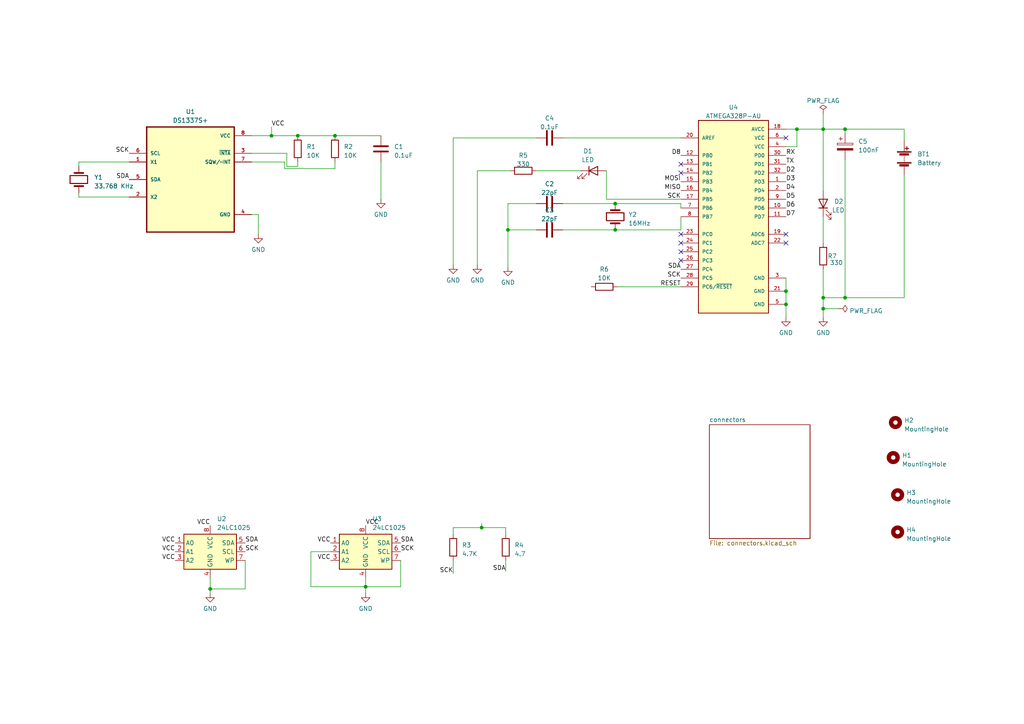
<source format=kicad_sch>
(kicad_sch (version 20230121) (generator eeschema)
  (paper "A4")
  (title_block (title "${Project_name}") (date "2023-05-25") (rev "1"))
  (lib_symbols
    (symbol "ATMEGA328P-AU:ATMEGA328P-AU" (pin_names (offset 1.016))
      (property "Reference" "U4" (at 0 31.75 0))
      (property "Value" "ATMEGA328P-AU" (at 0 29.21 0))
      (symbol "ATMEGA328P-AU_0_0"
        (rectangle (start -10.16 -27.94) (end 10.16 27.94) (stroke (width 0.254)) (fill (type background)))
        (pin bidirectional line (at 15.24 10.16 180) (length 5.08) (name "PD3") (number "1"))
        (pin bidirectional line (at 15.24 2.54 180) (length 5.08) (name "PD6") (number "10"))
        (pin bidirectional line (at 15.24 0 180) (length 5.08) (name "PD7") (number "11"))
        (pin bidirectional line (at -15.24 17.78 0) (length 5.08) (name "PB0") (number "12"))
        (pin bidirectional line (at -15.24 15.24 0) (length 5.08) (name "PB1") (number "13"))
        (pin bidirectional line (at -15.24 12.7 0) (length 5.08) (name "PB2") (number "14"))
        (pin bidirectional line (at -15.24 10.16 0) (length 5.08) (name "PB3") (number "15"))
        (pin bidirectional line (at -15.24 7.62 0) (length 5.08) (name "PB4") (number "16"))
        (pin bidirectional line (at -15.24 5.08 0) (length 5.08) (name "PB5") (number "17"))
        (pin power_in line (at 15.24 25.4 180) (length 5.08) (name "AVCC") (number "18"))
        (pin bidirectional line (at 15.24 -5.08 180) (length 5.08) (name "ADC6") (number "19"))
        (pin bidirectional line (at 15.24 7.62 180) (length 5.08) (name "PD4") (number "2"))
        (pin input line (at -15.24 22.86 0) (length 5.08) (name "AREF") (number "20"))
        (pin power_in line (at 15.24 -21.59 180) (length 5.08) (name "GND") (number "21"))
        (pin bidirectional line (at 15.24 -7.62 180) (length 5.08) (name "ADC7") (number "22"))
        (pin bidirectional line (at -15.24 -5.08 0) (length 5.08) (name "PC0") (number "23"))
        (pin bidirectional line (at -15.24 -7.62 0) (length 5.08) (name "PC1") (number "24"))
        (pin bidirectional line (at -15.24 -10.16 0) (length 5.08) (name "PC2") (number "25"))
        (pin bidirectional line (at -15.24 -12.7 0) (length 5.08) (name "PC3") (number "26"))
        (pin bidirectional line (at -15.24 -15.24 0) (length 5.08) (name "PC4") (number "27"))
        (pin bidirectional line (at -15.24 -17.78 0) (length 5.08) (name "PC5") (number "28"))
        (pin bidirectional line (at -15.24 -20.32 0) (length 5.08) (name "PC6/~{RESET}") (number "29"))
        (pin power_in line (at 15.24 -17.78 180) (length 5.08) (name "GND") (number "3"))
        (pin bidirectional line (at 15.24 17.78 180) (length 5.08) (name "PD0") (number "30"))
        (pin bidirectional line (at 15.24 15.24 180) (length 5.08) (name "PD1") (number "31"))
        (pin bidirectional line (at 15.24 12.7 180) (length 5.08) (name "PD2") (number "32"))
        (pin power_in line (at 15.24 20.32 180) (length 5.08) (name "VCC") (number "4"))
        (pin power_in line (at 15.24 -25.4 180) (length 5.08) (name "GND") (number "5"))
        (pin power_in line (at 15.24 22.86 180) (length 5.08) (name "VCC") (number "6"))
        (pin bidirectional line (at -15.24 2.54 0) (length 5.08) (name "PB6") (number "7"))
        (pin bidirectional line (at -15.24 0 0) (length 5.08) (name "PB7") (number "8"))
        (pin bidirectional line (at 15.24 5.08 180) (length 5.08) (name "PD5") (number "9"))
      )
    )
    (symbol "DS1337S_:DS1337S+" (pin_names (offset 1.016))
      (property "Reference" "U" (at -12.7 16.24 0))
      (property "Value" "DS1337S+" (at -12.7 -19.24 0))
      (symbol "DS1337S+_0_0"
        (rectangle (start -12.7 -15.24) (end 12.7 15.24) (stroke (width 0.41)) (fill (type background)))
        (pin input line (at -17.78 5.08 0) (length 5.08) (name "X1") (number "1"))
        (pin bidirectional line (at -17.78 -5.08 0) (length 5.08) (name "X2") (number "2"))
        (pin output line (at 17.78 7.62 180) (length 5.08) (name "~{INTA}") (number "3"))
        (pin power_in line (at 17.78 -10.16 180) (length 5.08) (name "GND") (number "4"))
        (pin bidirectional line (at -17.78 0 0) (length 5.08) (name "SDA") (number "5"))
        (pin input line (at -17.78 7.62 0) (length 5.08) (name "SCL") (number "6"))
        (pin output line (at 17.78 5.08 180) (length 5.08) (name "SQW/~INT") (number "7"))
        (pin power_in line (at 17.78 12.7 180) (length 5.08) (name "VCC") (number "8"))
      )
    )
    (symbol "Device:Battery" (pin_numbers hide) (pin_names (offset 0) hide)
      (property "Reference" "BT" (at 2.54 2.54 0))
      (property "Value" "Battery" (at 2.54 0 0))
      (symbol "Battery_0_1"
        (rectangle (start -2.032 -1.397) (end 2.032 -1.651) (fill (type outline)))
        (rectangle (start -2.032 1.778) (end 2.032 1.524) (fill (type outline)))
        (rectangle (start -1.3208 -1.9812) (end 1.27 -2.4892) (fill (type outline)))
        (rectangle (start -1.3208 1.1938) (end 1.27 0.6858) (fill (type outline)))
        (polyline (pts (xy 0 -1.524) (xy 0 -1.27)))
        (polyline (pts (xy 0 -1.016) (xy 0 -0.762)))
        (polyline (pts (xy 0 -0.508) (xy 0 -0.254)))
        (polyline (pts (xy 0 0) (xy 0 0.254)))
        (polyline (pts (xy 0 0.508) (xy 0 0.762)))
        (polyline (pts (xy 0 1.778) (xy 0 2.54)))
        (polyline (pts (xy 0.254 2.667) (xy 1.27 2.667)) (stroke (width 0.254)))
        (polyline (pts (xy 0.762 3.175) (xy 0.762 2.159)) (stroke (width 0.254)))
      )
      (symbol "Battery_1_1"
        (pin passive line (at 0 5.08 270) (length 2.54) (name "+") (number "1"))
        (pin passive line (at 0 -5.08 90) (length 2.54) (name "-") (number "2"))
      )
    )
    (symbol "Device:C" (pin_numbers hide) (pin_names (offset 0.254))
      (property "Reference" "C" (at 0.635 2.54 0))
      (property "Value" "C" (at 0.635 -2.54 0))
      (symbol "C_0_1"
        (polyline (pts (xy -2.032 -0.762) (xy 2.032 -0.762)) (stroke (width 0.508)))
        (polyline (pts (xy -2.032 0.762) (xy 2.032 0.762)) (stroke (width 0.508)))
      )
      (symbol "C_1_1"
        (pin passive line (at 0 3.81 270) (length 2.794) (name "~") (number "1"))
        (pin passive line (at 0 -3.81 90) (length 2.794) (name "~") (number "2"))
      )
    )
    (symbol "Device:C_Polarized" (pin_numbers hide) (pin_names (offset 0.254))
      (property "Reference" "C" (at 0.635 2.54 0))
      (property "Value" "C_Polarized" (at 0.635 -2.54 0))
      (symbol "C_Polarized_0_1"
        (rectangle (start -2.286 0.508) (end 2.286 1.016))
        (polyline (pts (xy -1.778 2.286) (xy -0.762 2.286)))
        (polyline (pts (xy -1.27 2.794) (xy -1.27 1.778)))
        (rectangle (start 2.286 -0.508) (end -2.286 -1.016) (fill (type outline)))
      )
      (symbol "C_Polarized_1_1"
        (pin passive line (at 0 3.81 270) (length 2.794) (name "~") (number "1"))
        (pin passive line (at 0 -3.81 90) (length 2.794) (name "~") (number "2"))
      )
    )
    (symbol "Device:Crystal" (pin_numbers hide) (pin_names (offset 1.016) hide)
      (property "Reference" "Y" (at 0 3.81 0))
      (property "Value" "Crystal" (at 0 -3.81 0))
      (symbol "Crystal_0_1"
        (rectangle (start -1.143 2.54) (end 1.143 -2.54) (stroke (width 0.3048)))
        (polyline (pts (xy -2.54 0) (xy -1.905 0)))
        (polyline (pts (xy -1.905 -1.27) (xy -1.905 1.27)) (stroke (width 0.508)))
        (polyline (pts (xy 1.905 -1.27) (xy 1.905 1.27)) (stroke (width 0.508)))
        (polyline (pts (xy 2.54 0) (xy 1.905 0)))
      )
      (symbol "Crystal_1_1"
        (pin passive line (at -3.81 0 0) (length 1.27) (name "1") (number "1"))
        (pin passive line (at 3.81 0 180) (length 1.27) (name "2") (number "2"))
      )
    )
    (symbol "Device:LED" (pin_numbers hide) (pin_names (offset 1.016) hide)
      (property "Reference" "D" (at 0 2.54 0))
      (property "Value" "LED" (at 0 -2.54 0))
      (symbol "LED_0_1"
        (polyline (pts (xy -1.27 -1.27) (xy -1.27 1.27)) (stroke (width 0.254)))
        (polyline (pts (xy -1.27 0) (xy 1.27 0)))
        (polyline (pts (xy 1.27 -1.27) (xy 1.27 1.27) (xy -1.27 0) (xy 1.27 -1.27)) (stroke (width 0.254)))
        (polyline (pts (xy -3.048 -0.762) (xy -4.572 -2.286) (xy -3.81 -2.286) (xy -4.572 -2.286) (xy -4.572 -1.524)))
        (polyline (pts (xy -1.778 -0.762) (xy -3.302 -2.286) (xy -2.54 -2.286) (xy -3.302 -2.286) (xy -3.302 -1.524)))
      )
      (symbol "LED_1_1"
        (pin passive line (at -3.81 0 0) (length 2.54) (name "K") (number "1"))
        (pin passive line (at 3.81 0 180) (length 2.54) (name "A") (number "2"))
      )
    )
    (symbol "Device:R" (pin_numbers hide) (pin_names (offset 0))
      (property "Reference" "R" (at 2.032 0 90))
      (property "Value" "R" (at 0 0 90))
      (symbol "R_0_1"
        (rectangle (start -1.016 -2.54) (end 1.016 2.54) (stroke (width 0.254)))
      )
      (symbol "R_1_1"
        (pin passive line (at 0 3.81 270) (length 1.27) (name "~") (number "1"))
        (pin passive line (at 0 -3.81 90) (length 1.27) (name "~") (number "2"))
      )
    )
    (symbol "Mechanical:MountingHole" (pin_names (offset 1.016))
      (property "Reference" "H" (at 0 5.08 0))
      (property "Value" "MountingHole" (at 0 3.175 0))
      (symbol "MountingHole_0_1"
        (circle (center 0 0) (radius 1.27) (stroke (width 1.27)))
      )
    )
    (symbol "Memory_EEPROM:24LC1025"
      (property "Reference" "U" (at -6.35 6.35 0))
      (property "Value" "24LC1025" (at 1.27 6.35 0))
      (symbol "24LC1025_1_1"
        (rectangle (start -7.62 5.08) (end 7.62 -5.08) (stroke (width 0.254)) (fill (type background)))
        (pin input line (at -10.16 2.54 0) (length 2.54) (name "A0") (number "1"))
        (pin input line (at -10.16 0 0) (length 2.54) (name "A1") (number "2"))
        (pin input line (at -10.16 -2.54 0) (length 2.54) (name "A2") (number "3"))
        (pin power_in line (at 0 -7.62 90) (length 2.54) (name "GND") (number "4"))
        (pin bidirectional line (at 10.16 2.54 180) (length 2.54) (name "SDA") (number "5"))
        (pin input line (at 10.16 0 180) (length 2.54) (name "SCL") (number "6"))
        (pin input line (at 10.16 -2.54 180) (length 2.54) (name "WP") (number "7"))
        (pin power_in line (at 0 7.62 270) (length 2.54) (name "VCC") (number "8"))
      )
    )
    (symbol "power:GND" (power) (pin_names (offset 0))
      (property "Value" "GND" (at 0 -3.81 0))
      (symbol "GND_0_1"
        (polyline (pts (xy 0 0) (xy 0 -1.27) (xy 1.27 -1.27) (xy 0 -2.54) (xy -1.27 -1.27) (xy 0 -1.27)))
      )
      (symbol "GND_1_1"
        (pin power_in line (at 0 0 270) (length 0) hide (name "GND") (number "1"))
      )
    )
    (symbol "power:PWR_FLAG" (power) (pin_numbers hide) (pin_names (offset 0) hide)
      (property "Value" "PWR_FLAG" (at 0 3.81 0))
      (symbol "PWR_FLAG_0_0"
        (pin power_out line (at 0 0 90) (length 0) (name "pwr") (number "1"))
      )
      (symbol "PWR_FLAG_0_1"
        (polyline (pts (xy 0 0) (xy 0 1.27) (xy -1.016 1.905) (xy 0 2.54) (xy 1.016 1.905) (xy 0 1.27)))
      )
    )
  )
  (junction (at 139.7 153.035))
  (junction (at 245.11 86.36))
  (junction (at 147.32 66.675))
  (junction (at 78.74 39.37))
  (junction (at 227.965 88.265))
  (junction (at 231.14 37.465))
  (junction (at 97.155 39.37))
  (junction (at 86.36 39.37))
  (junction (at 178.435 66.675))
  (junction (at 245.11 37.465))
  (junction (at 178.435 59.055))
  (junction (at 60.96 170.815))
  (junction (at 238.76 89.535))
  (junction (at 106.045 170.18))
  (junction (at 238.76 86.36))
  (junction (at 238.76 37.465))
  (junction (at 227.965 84.455))
  (no_connect (at 227.965 40.005))
  (no_connect (at 227.965 67.945))
  (no_connect (at 197.485 67.945))
  (no_connect (at 197.485 70.485))
  (no_connect (at 197.485 73.025))
  (no_connect (at 197.485 50.165))
  (no_connect (at 197.485 47.625))
  (no_connect (at 227.965 70.485))
  (no_connect (at 197.485 75.565))
  (wire (pts (xy 83.185 44.45) (xy 83.185 48.26)))
  (wire (pts (xy 73.025 39.37) (xy 78.74 39.37)))
  (wire (pts (xy 82.55 46.99) (xy 82.55 48.895)))
  (wire (pts (xy 163.195 59.055) (xy 178.435 59.055)))
  (wire (pts (xy 139.7 151.765) (xy 139.7 153.035)))
  (wire (pts (xy 227.965 84.455) (xy 227.965 88.265)))
  (wire (pts (xy 97.155 48.895) (xy 97.155 46.99)))
  (wire (pts (xy 175.895 57.785) (xy 175.895 49.53)))
  (wire (pts (xy 147.32 66.675) (xy 155.575 66.675)))
  (wire (pts (xy 131.445 40.005) (xy 131.445 76.835)))
  (wire (pts (xy 95.885 160.02) (xy 90.17 160.02)))
  (wire (pts (xy 73.025 44.45) (xy 83.185 44.45)))
  (wire (pts (xy 97.155 39.37) (xy 110.49 39.37)))
  (wire (pts (xy 146.685 162.56) (xy 146.685 165.735)))
  (wire (pts (xy 86.36 39.37) (xy 97.155 39.37)))
  (wire (pts (xy 179.07 83.185) (xy 197.485 83.185)))
  (wire (pts (xy 245.11 86.36) (xy 238.76 86.36)))
  (wire (pts (xy 238.76 78.105) (xy 238.76 86.36)))
  (wire (pts (xy 116.205 170.18) (xy 106.045 170.18)))
  (wire (pts (xy 131.445 153.035) (xy 139.7 153.035)))
  (wire (pts (xy 82.55 48.895) (xy 97.155 48.895)))
  (wire (pts (xy 116.205 162.56) (xy 116.205 170.18)))
  (wire (pts (xy 231.14 42.545) (xy 231.14 37.465)))
  (wire (pts (xy 197.485 57.785) (xy 175.895 57.785)))
  (wire (pts (xy 238.76 62.865) (xy 238.76 70.485)))
  (wire (pts (xy 60.96 170.815) (xy 60.96 172.085)))
  (wire (pts (xy 238.76 89.535) (xy 238.76 92.075)))
  (wire (pts (xy 37.465 57.15) (xy 22.86 57.15)))
  (wire (pts (xy 71.12 170.815) (xy 60.96 170.815)))
  (wire (pts (xy 147.32 59.055) (xy 147.32 66.675)))
  (wire (pts (xy 178.435 59.055) (xy 197.485 59.055)))
  (wire (pts (xy 60.96 167.64) (xy 60.96 170.815)))
  (wire (pts (xy 139.7 153.035) (xy 146.685 153.035)))
  (wire (pts (xy 163.195 66.675) (xy 178.435 66.675)))
  (wire (pts (xy 147.32 66.675) (xy 147.32 77.47)))
  (wire (pts (xy 73.025 62.23) (xy 74.93 62.23)))
  (wire (pts (xy 227.965 80.645) (xy 227.965 84.455)))
  (wire (pts (xy 238.76 86.36) (xy 238.76 89.535)))
  (wire (pts (xy 262.255 50.8) (xy 262.255 86.36)))
  (wire (pts (xy 197.485 66.675) (xy 178.435 66.675)))
  (wire (pts (xy 86.36 48.26) (xy 86.36 46.99)))
  (wire (pts (xy 106.045 170.18) (xy 106.045 172.085)))
  (wire (pts (xy 71.12 162.56) (xy 71.12 170.815)))
  (wire (pts (xy 197.485 59.055) (xy 197.485 60.325)))
  (wire (pts (xy 245.11 37.465) (xy 262.255 37.465)))
  (wire (pts (xy 163.195 40.005) (xy 197.485 40.005)))
  (wire (pts (xy 245.11 37.465) (xy 245.11 38.735)))
  (wire (pts (xy 147.955 49.53) (xy 138.43 49.53)))
  (wire (pts (xy 245.11 46.355) (xy 245.11 86.36)))
  (wire (pts (xy 262.255 37.465) (xy 262.255 40.64)))
  (wire (pts (xy 131.445 154.94) (xy 131.445 153.035)))
  (wire (pts (xy 227.965 37.465) (xy 231.14 37.465)))
  (wire (pts (xy 78.74 36.83) (xy 78.74 39.37)))
  (wire (pts (xy 238.76 37.465) (xy 245.11 37.465)))
  (wire (pts (xy 227.965 42.545) (xy 231.14 42.545)))
  (wire (pts (xy 231.14 37.465) (xy 238.76 37.465)))
  (wire (pts (xy 90.17 160.02) (xy 90.17 170.18)))
  (wire (pts (xy 146.685 153.035) (xy 146.685 154.94)))
  (wire (pts (xy 90.17 170.18) (xy 106.045 170.18)))
  (wire (pts (xy 106.045 167.64) (xy 106.045 170.18)))
  (wire (pts (xy 155.575 49.53) (xy 168.275 49.53)))
  (wire (pts (xy 110.49 46.99) (xy 110.49 57.785)))
  (wire (pts (xy 155.575 59.055) (xy 147.32 59.055)))
  (wire (pts (xy 78.74 39.37) (xy 86.36 39.37)))
  (wire (pts (xy 262.255 86.36) (xy 245.11 86.36)))
  (wire (pts (xy 22.86 46.99) (xy 37.465 46.99)))
  (wire (pts (xy 22.86 48.26) (xy 22.86 46.99)))
  (wire (pts (xy 227.965 88.265) (xy 227.965 92.075)))
  (wire (pts (xy 74.93 62.23) (xy 74.93 67.945)))
  (wire (pts (xy 238.76 89.535) (xy 243.205 89.535)))
  (wire (pts (xy 155.575 40.005) (xy 131.445 40.005)))
  (wire (pts (xy 197.485 62.865) (xy 197.485 66.675)))
  (wire (pts (xy 138.43 49.53) (xy 138.43 76.835)))
  (wire (pts (xy 83.185 48.26) (xy 86.36 48.26)))
  (wire (pts (xy 22.86 57.15) (xy 22.86 55.88)))
  (wire (pts (xy 238.76 33.02) (xy 238.76 37.465)))
  (wire (pts (xy 238.76 37.465) (xy 238.76 55.245)))
  (wire (pts (xy 131.445 162.56) (xy 131.445 166.37)))
  (wire (pts (xy 73.025 46.99) (xy 82.55 46.99)))
  (label "SCK" (at 37.465 44.45 180))
  (label "VCC" (at 50.8 157.48 180))
  (label "VCC" (at 50.8 162.56 180))
  (label "SCK" (at 131.445 166.37 180))
  (label "D2" (at 227.965 50.165 0))
  (label "D7" (at 227.965 62.865 0))
  (label "SCK" (at 116.205 160.02 0))
  (label "VCC" (at 95.885 157.48 180))
  (label "MOSI" (at 197.485 52.705 180))
  (label "D4" (at 227.965 55.245 0))
  (label "TX" (at 227.965 47.625 0))
  (label "MISO" (at 197.485 55.245 180))
  (label "RESET" (at 197.485 83.185 180))
  (label "SDA" (at 37.465 52.07 180))
  (label "VCC" (at 78.74 36.83 0))
  (label "SDA" (at 71.12 157.48 0))
  (label "D3" (at 227.965 52.705 0))
  (label "SCK" (at 197.485 57.785 180))
  (label "VCC" (at 106.045 152.4 0))
  (label "D6" (at 227.965 60.325 0))
  (label "D8" (at 197.485 45.085 180))
  (label "SDA" (at 116.205 157.48 0))
  (label "SCK" (at 71.12 160.02 0))
  (label "SCK" (at 197.485 80.645 180))
  (label "VCC" (at 50.8 160.02 180))
  (label "VCC" (at 60.96 152.4 180))
  (label "RX" (at 227.965 45.085 0))
  (label "D5" (at 227.965 57.785 0))
  (label "VCC" (at 95.885 162.56 180))
  (label "SDA" (at 197.485 78.105 180))
  (label "SDA" (at 146.685 165.735 180))
  (symbol (lib_id "Device:R") (at 131.445 158.75 0) (unit 1)
    (property "Reference" "R3" (at 133.985 158.115 0) (effects (justify left)))
    (property "Value" "4.7K" (at 133.985 160.655 0) (effects (justify left)))
    (property "Footprint" "Resistor_SMD:R_0805_2012Metric" (effects hide))
  )
  (symbol (lib_id "Mechanical:MountingHole") (at 260.35 154.305 0) (unit 1)
    (property "Reference" "H4" (at 262.89 153.67 0) (effects (justify left)))
    (property "Value" "MountingHole" (at 262.89 156.21 0) (effects (justify left)))
    (property "Footprint" "MountingHole:MountingHole_2.1mm" (effects hide))
  )
  (symbol (lib_id "power:GND") (at 74.93 67.945 0) (unit 1)
    (property "Reference" "#PWR01" (effects hide))
    (property "Value" "GND" (at 74.93 72.39 0))
  )
  (symbol (lib_id "Device:R") (at 86.36 43.18 0) (unit 1)
    (property "Reference" "R1" (at 88.9 42.545 0) (effects (justify left)))
    (property "Value" "10K" (at 88.9 45.085 0) (effects (justify left)))
    (property "Footprint" "Resistor_SMD:R_0805_2012Metric" (effects hide))
  )
  (symbol (lib_id "power:GND") (at 227.965 92.075 0) (unit 1)
    (property "Reference" "#PWR05" (effects hide))
    (property "Value" "GND" (at 227.965 96.52 0))
  )
  (symbol (lib_id "Mechanical:MountingHole") (at 259.715 122.555 0) (unit 1)
    (property "Reference" "H2" (at 262.255 121.92 0) (effects (justify left)))
    (property "Value" "MountingHole" (at 262.255 124.46 0) (effects (justify left)))
    (property "Footprint" "MountingHole:MountingHole_2.1mm" (effects hide))
  )
  (symbol (lib_id "Device:R") (at 97.155 43.18 0) (unit 1)
    (property "Reference" "R2" (at 99.695 42.545 0) (effects (justify left)))
    (property "Value" "10K" (at 99.695 45.085 0) (effects (justify left)))
    (property "Footprint" "Resistor_SMD:R_0805_2012Metric" (effects hide))
  )
  (symbol (lib_id "Device:R") (at 146.685 158.75 0) (unit 1)
    (property "Reference" "R4" (at 149.225 158.115 0) (effects (justify left)))
    (property "Value" "4.7" (at 149.225 160.655 0) (effects (justify left)))
    (property "Footprint" "Resistor_SMD:R_0805_2012Metric" (effects hide))
  )
  (symbol (lib_id "Memory_EEPROM:24LC1025") (at 106.045 160.02 0) (unit 1)
    (property "Reference" "U3" (at 108.0009 150.495 0) (effects (justify left)))
    (property "Value" "24LC1025" (at 108.0009 153.035 0) (effects (justify left)))
    (property "Footprint" "Package_SO:SOP-8_5.28x5.23mm_P1.27mm" (effects hide))
    (property "Datasheet" "http://ww1.microchip.com/downloads/en/DeviceDoc/21941B.pdf" (effects hide))
  )
  (symbol (lib_id "power:GND") (at 106.045 172.085 0) (unit 1)
    (property "Reference" "#PWR04" (effects hide))
    (property "Value" "GND" (at 106.045 176.53 0))
  )
  (symbol (lib_id "Device:LED") (at 238.76 59.055 90) (unit 1)
    (property "Reference" "D2" (at 241.935 58.42 90) (effects (justify right)))
    (property "Value" "LED" (at 241.3 60.96 90) (effects (justify right)))
    (property "Footprint" "LED_SMD:LED_0805_2012Metric" (effects hide))
  )
  (symbol (lib_id "power:GND") (at 138.43 76.835 0) (unit 1)
    (property "Reference" "#PWR08" (effects hide))
    (property "Value" "GND" (at 138.43 81.28 0))
  )
  (symbol (lib_id "power:GND") (at 110.49 57.785 0) (unit 1)
    (property "Reference" "#PWR02" (effects hide))
    (property "Value" "GND" (at 110.49 62.23 0))
  )
  (symbol (lib_id "Device:LED") (at 172.085 49.53 0) (unit 1)
    (property "Reference" "D1" (at 170.4975 43.815 0))
    (property "Value" "LED" (at 170.4975 46.355 0))
    (property "Footprint" "LED_SMD:LED_0805_2012Metric" (effects hide))
  )
  (symbol (lib_id "Device:R") (at 238.76 74.295 0) (unit 1)
    (property "Reference" "R7" (at 240.03 74.295 0) (effects (justify left)))
    (property "Value" "330" (at 240.665 76.2 0) (effects (justify left)))
    (property "Footprint" "Resistor_SMD:R_0805_2012Metric" (effects hide))
  )
  (symbol (lib_id "power:GND") (at 238.76 92.075 0) (unit 1)
    (property "Reference" "#PWR06" (effects hide))
    (property "Value" "GND" (at 238.76 96.52 0))
  )
  (symbol (lib_id "power:PWR_FLAG") (at 238.76 33.02 0) (unit 1)
    (property "Reference" "#FLG01" (effects hide))
    (property "Value" "PWR_FLAG" (at 238.76 29.21 0))
  )
  (symbol (lib_id "Device:Battery") (at 262.255 45.72 0) (unit 1)
    (property "Reference" "BT1" (at 266.065 44.704 0) (effects (justify left)))
    (property "Value" "Battery" (at 266.065 47.244 0) (effects (justify left)))
    (property "Footprint" "Connector_PinHeader_2.54mm:PinHeader_1x02_P2.54mm_Vertical" (effects hide))
  )
  (symbol (lib_id "Mechanical:MountingHole") (at 260.35 143.51 0) (unit 1)
    (property "Reference" "H3" (at 262.89 142.875 0) (effects (justify left)))
    (property "Value" "MountingHole" (at 262.89 145.415 0) (effects (justify left)))
    (property "Footprint" "MountingHole:MountingHole_2.1mm" (effects hide))
  )
  (symbol (lib_id "power:GND") (at 60.96 172.085 0) (unit 1)
    (property "Reference" "#PWR03" (effects hide))
    (property "Value" "GND" (at 60.96 176.53 0))
  )
  (symbol (lib_id "power:PWR_FLAG") (at 243.205 89.535 270) (unit 1)
    (property "Reference" "#FLG02" (effects hide))
    (property "Value" "PWR_FLAG" (at 246.38 90.17 90) (effects (justify left)))
  )
  (symbol (lib_id "Device:C_Polarized") (at 245.11 42.545 0) (unit 1)
    (property "Reference" "C5" (at 248.92 41.021 0) (effects (justify left)))
    (property "Value" "100nF" (at 248.92 43.561 0) (effects (justify left)))
    (property "Footprint" "Capacitor_SMD:C_0805_2012Metric" (effects hide))
  )
  (symbol (lib_id "Device:C") (at 159.385 40.005 90) (unit 1)
    (property "Reference" "C4" (at 159.385 34.29 90))
    (property "Value" "0.1uF" (at 159.385 36.83 90))
    (property "Footprint" "Capacitor_SMD:C_0805_2012Metric" (effects hide))
  )
  (symbol (lib_id "Memory_EEPROM:24LC1025") (at 60.96 160.02 0) (unit 1)
    (property "Reference" "U2" (at 62.9159 150.495 0) (effects (justify left)))
    (property "Value" "24LC1025" (at 62.9159 153.035 0) (effects (justify left)))
    (property "Footprint" "Package_SO:SOP-8_5.28x5.23mm_P1.27mm" (effects hide))
    (property "Datasheet" "http://ww1.microchip.com/downloads/en/DeviceDoc/21941B.pdf" (effects hide))
  )
  (symbol (lib_id "Device:Crystal") (at 22.86 52.07 90) (unit 1)
    (property "Reference" "Y1" (at 27.305 51.435 90) (effects (justify right)))
    (property "Value" "33.768 KHz" (at 27.305 53.975 90) (effects (justify right)))
    (property "Footprint" "Crystal:Crystal_SMD_5032-2Pin_5.0x3.2mm_HandSoldering" (effects hide))
  )
  (symbol (lib_id "Device:C") (at 110.49 43.18 0) (unit 1)
    (property "Reference" "C1" (at 114.3 42.545 0) (effects (justify left)))
    (property "Value" "0.1uF" (at 114.3 45.085 0) (effects (justify left)))
    (property "Footprint" "Capacitor_SMD:C_0805_2012Metric" (effects hide))
  )
  (symbol (lib_id "power:GND") (at 131.445 76.835 0) (unit 1)
    (property "Reference" "#PWR09" (effects hide))
    (property "Value" "GND" (at 131.445 81.28 0))
  )
  (symbol (lib_id "Mechanical:MountingHole") (at 259.08 132.715 0) (unit 1)
    (property "Reference" "H1" (at 261.62 132.08 0) (effects (justify left)))
    (property "Value" "MountingHole" (at 261.62 134.62 0) (effects (justify left)))
    (property "Footprint" "MountingHole:MountingHole_2.1mm" (effects hide))
  )
  (symbol (lib_id "power:GND") (at 147.32 77.47 0) (unit 1)
    (property "Reference" "#PWR07" (effects hide))
    (property "Value" "GND" (at 147.32 81.915 0))
  )
  (symbol (lib_id "Device:Crystal") (at 178.435 62.865 90) (unit 1)
    (property "Reference" "Y2" (at 182.245 62.23 90) (effects (justify right)))
    (property "Value" "16MHz" (at 182.245 64.77 90) (effects (justify right)))
    (property "Footprint" "Crystal:Crystal_SMD_5032-2Pin_5.0x3.2mm_HandSoldering" (effects hide))
  )
  (symbol (lib_id "Device:C") (at 159.385 59.055 90) (unit 1)
    (property "Reference" "C2" (at 159.385 53.34 90))
    (property "Value" "22pF" (at 159.385 55.88 90))
    (property "Footprint" "Capacitor_SMD:C_0805_2012Metric" (effects hide))
  )
  (symbol (lib_id "Device:R") (at 175.26 83.185 90) (unit 1)
    (property "Reference" "R6" (at 175.26 78.105 90))
    (property "Value" "10K" (at 175.26 80.645 90))
    (property "Footprint" "Resistor_SMD:R_0805_2012Metric" (effects hide))
  )
  (symbol (lib_id "ATMEGA328P-AU:ATMEGA328P-AU") (at 212.725 62.865 0) (unit 1)
    (property "Reference" "U4" (at 212.725 31.115 0))
    (property "Value" "ATMEGA328P-AU" (at 212.725 33.655 0))
    (property "Footprint" "footprints:QFP80P900X900X120-32N" (effects hide))
    (property "MANUFACTURER" "Atmel" (effects hide))
  )
  (symbol (lib_id "Device:R") (at 151.765 49.53 90) (unit 1)
    (property "Reference" "R5" (at 151.765 45.085 90))
    (property "Value" "330" (at 151.765 47.625 90))
    (property "Footprint" "Resistor_SMD:R_0805_2012Metric" (effects hide))
  )
  (symbol (lib_id "Device:C") (at 159.385 66.675 90) (unit 1)
    (property "Reference" "C3" (at 159.385 60.96 90))
    (property "Value" "22pF" (at 159.385 63.5 90))
    (property "Footprint" "Capacitor_SMD:C_0805_2012Metric" (effects hide))
  )
  (symbol (lib_id "DS1337S_:DS1337S+") (at 55.245 52.07 0) (unit 1)
    (property "Reference" "U1" (at 55.245 32.385 0))
    (property "Value" "DS1337S+" (at 55.245 34.925 0))
    (property "Footprint" "footprints:SOIC127P600X175-8N" (effects hide))
  )
  (sheet (at 205.74 123.19) (size 29.21 33.02) (stroke (width 0.1524))
    (property "Sheetname" "connectors" (at 205.74 122.4784 0) (effects (justify left bottom)))
    (property "Sheetfile" "connectors.kicad_sch" (at 205.74 156.7946 0) (effects (justify left top)))
  )
)
</source>
